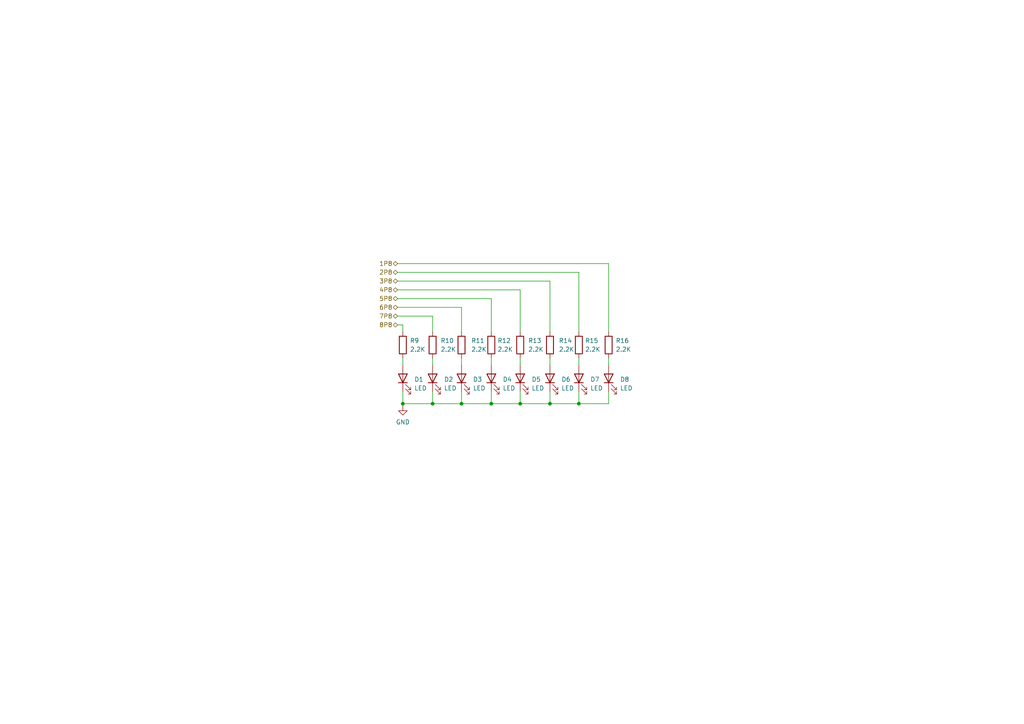
<source format=kicad_sch>
(kicad_sch (version 20211123) (generator eeschema)
  (paper "A4")
  (lib_symbols
    (symbol "Device:LED" (pin_numbers hide) (pin_names (offset 1.016) hide)
      (property "Reference" "D" (at 0 2.54 0))
      (property "Value" "LED" (at 0 -2.54 0))
      (symbol "LED_0_1"
        (polyline (pts (xy -1.27 -1.27) (xy -1.27 1.27)) (stroke (width 0.254)))
        (polyline (pts (xy -1.27 0) (xy 1.27 0)))
        (polyline (pts (xy 1.27 -1.27) (xy 1.27 1.27) (xy -1.27 0) (xy 1.27 -1.27)) (stroke (width 0.254)))
        (polyline (pts (xy -3.048 -0.762) (xy -4.572 -2.286) (xy -3.81 -2.286) (xy -4.572 -2.286) (xy -4.572 -1.524)))
        (polyline (pts (xy -1.778 -0.762) (xy -3.302 -2.286) (xy -2.54 -2.286) (xy -3.302 -2.286) (xy -3.302 -1.524)))
      )
      (symbol "LED_1_1"
        (pin passive line (at -3.81 0 0) (length 2.54) (name "K") (number "1"))
        (pin passive line (at 3.81 0 180) (length 2.54) (name "A") (number "2"))
      )
    )
    (symbol "Device:R" (pin_numbers hide) (pin_names (offset 0))
      (property "Reference" "R" (at 2.032 0 90))
      (property "Value" "R" (at 0 0 90))
      (symbol "R_0_1"
        (rectangle (start -1.016 -2.54) (end 1.016 2.54) (stroke (width 0.254)))
      )
      (symbol "R_1_1"
        (pin passive line (at 0 3.81 270) (length 1.27) (name "~") (number "1"))
        (pin passive line (at 0 -3.81 90) (length 1.27) (name "~") (number "2"))
      )
    )
    (symbol "power:GND" (power) (pin_names (offset 0))
      (property "Value" "GND" (at 0 -3.81 0))
      (symbol "GND_0_1"
        (polyline (pts (xy 0 0) (xy 0 -1.27) (xy 1.27 -1.27) (xy 0 -2.54) (xy -1.27 -1.27) (xy 0 -1.27)))
      )
      (symbol "GND_1_1"
        (pin power_in line (at 0 0 270) (length 0) hide (name "GND") (number "1"))
      )
    )
  )
  (junction (at 167.894 117.094))
  (junction (at 150.876 117.094))
  (junction (at 116.84 117.094))
  (junction (at 142.494 117.094))
  (junction (at 159.512 117.094))
  (junction (at 133.858 117.094))
  (junction (at 125.476 117.094))
  (wire (pts (xy 142.494 113.538) (xy 142.494 117.094)))
  (wire (pts (xy 116.84 103.886) (xy 116.84 105.918)))
  (wire (pts (xy 176.53 117.094) (xy 167.894 117.094)))
  (wire (pts (xy 159.512 117.094) (xy 150.876 117.094)))
  (wire (pts (xy 116.84 113.538) (xy 116.84 117.094)))
  (wire (pts (xy 176.53 76.454) (xy 176.53 96.266)))
  (wire (pts (xy 115.316 81.534) (xy 159.512 81.534)))
  (wire (pts (xy 150.876 113.538) (xy 150.876 117.094)))
  (wire (pts (xy 159.512 81.534) (xy 159.512 96.266)))
  (wire (pts (xy 133.858 117.094) (xy 125.476 117.094)))
  (wire (pts (xy 176.53 103.886) (xy 176.53 105.918)))
  (wire (pts (xy 150.876 117.094) (xy 142.494 117.094)))
  (wire (pts (xy 150.876 103.886) (xy 150.876 105.918)))
  (wire (pts (xy 133.858 113.538) (xy 133.858 117.094)))
  (wire (pts (xy 116.84 117.094) (xy 116.84 117.856)))
  (wire (pts (xy 167.894 78.994) (xy 167.894 96.266)))
  (wire (pts (xy 115.316 89.154) (xy 133.858 89.154)))
  (wire (pts (xy 167.894 103.886) (xy 167.894 105.918)))
  (wire (pts (xy 159.512 103.886) (xy 159.512 105.918)))
  (wire (pts (xy 125.476 103.886) (xy 125.476 105.918)))
  (wire (pts (xy 133.858 89.154) (xy 133.858 96.266)))
  (wire (pts (xy 115.316 84.074) (xy 150.876 84.074)))
  (wire (pts (xy 176.53 113.538) (xy 176.53 117.094)))
  (wire (pts (xy 115.316 91.694) (xy 125.476 91.694)))
  (wire (pts (xy 167.894 113.538) (xy 167.894 117.094)))
  (wire (pts (xy 142.494 117.094) (xy 133.858 117.094)))
  (wire (pts (xy 115.316 76.454) (xy 176.53 76.454)))
  (wire (pts (xy 150.876 84.074) (xy 150.876 96.266)))
  (wire (pts (xy 142.494 86.614) (xy 142.494 96.266)))
  (wire (pts (xy 115.316 94.234) (xy 116.84 94.234)))
  (wire (pts (xy 125.476 91.694) (xy 125.476 96.266)))
  (wire (pts (xy 159.512 113.538) (xy 159.512 117.094)))
  (wire (pts (xy 125.476 113.538) (xy 125.476 117.094)))
  (wire (pts (xy 125.476 117.094) (xy 116.84 117.094)))
  (wire (pts (xy 116.84 94.234) (xy 116.84 96.266)))
  (wire (pts (xy 133.858 103.886) (xy 133.858 105.918)))
  (wire (pts (xy 115.316 78.994) (xy 167.894 78.994)))
  (wire (pts (xy 115.316 86.614) (xy 142.494 86.614)))
  (wire (pts (xy 167.894 117.094) (xy 159.512 117.094)))
  (wire (pts (xy 142.494 103.886) (xy 142.494 105.918)))
  (hierarchical_label "2P8" (shape bidirectional) (at 115.316 78.994 180))
  (hierarchical_label "5P8" (shape bidirectional) (at 115.316 86.614 180))
  (hierarchical_label "6P8" (shape bidirectional) (at 115.316 89.154 180))
  (hierarchical_label "8P8" (shape bidirectional) (at 115.316 94.234 180))
  (hierarchical_label "4P8" (shape bidirectional) (at 115.316 84.074 180))
  (hierarchical_label "7P8" (shape bidirectional) (at 115.316 91.694 180))
  (hierarchical_label "1P8" (shape bidirectional) (at 115.316 76.454 180))
  (hierarchical_label "3P8" (shape bidirectional) (at 115.316 81.534 180))
  (symbol (lib_id "Device:R") (at 159.512 100.076 0) (unit 1)
    (property "Reference" "R14" (at 162.052 98.8059 0) (effects (justify left)))
    (property "Value" "2.2K" (at 162.052 101.3459 0) (effects (justify left)))
    (property "Footprint" "Resistor_THT:R_Axial_DIN0207_L6.3mm_D2.5mm_P10.16mm_Horizontal" (effects hide))
  )
  (symbol (lib_id "Device:LED") (at 125.476 109.728 90) (unit 1)
    (property "Reference" "D2" (at 128.778 110.0454 90) (effects (justify right)))
    (property "Value" "LED" (at 128.778 112.5854 90) (effects (justify right)))
    (property "Footprint" "LED_THT:LED_D5.0mm" (effects hide))
  )
  (symbol (lib_id "Device:R") (at 116.84 100.076 0) (unit 1)
    (property "Reference" "R9" (at 118.872 98.8059 0) (effects (justify left)))
    (property "Value" "2.2K" (at 118.872 101.3459 0) (effects (justify left)))
    (property "Footprint" "Resistor_THT:R_Axial_DIN0207_L6.3mm_D2.5mm_P10.16mm_Horizontal" (effects hide))
  )
  (symbol (lib_id "Device:LED") (at 176.53 109.728 90) (unit 1)
    (property "Reference" "D8" (at 179.832 110.0454 90) (effects (justify right)))
    (property "Value" "LED" (at 179.832 112.5854 90) (effects (justify right)))
    (property "Footprint" "LED_THT:LED_D5.0mm" (effects hide))
  )
  (symbol (lib_id "Device:R") (at 176.53 100.076 0) (unit 1)
    (property "Reference" "R16" (at 178.562 98.8059 0) (effects (justify left)))
    (property "Value" "2.2K" (at 178.562 101.3459 0) (effects (justify left)))
    (property "Footprint" "Resistor_THT:R_Axial_DIN0207_L6.3mm_D2.5mm_P10.16mm_Horizontal" (effects hide))
  )
  (symbol (lib_id "power:GND") (at 116.84 117.856 0) (unit 1)
    (property "Reference" "#PWR0111" (effects hide))
    (property "Value" "GND" (at 116.84 122.428 0))
  )
  (symbol (lib_id "Device:LED") (at 116.84 109.728 90) (unit 1)
    (property "Reference" "D1" (at 120.142 110.0454 90) (effects (justify right)))
    (property "Value" "LED" (at 120.142 112.5854 90) (effects (justify right)))
    (property "Footprint" "LED_THT:LED_D5.0mm" (effects hide))
  )
  (symbol (lib_id "Device:LED") (at 142.494 109.728 90) (unit 1)
    (property "Reference" "D4" (at 145.796 110.0454 90) (effects (justify right)))
    (property "Value" "LED" (at 145.796 112.5854 90) (effects (justify right)))
    (property "Footprint" "LED_THT:LED_D5.0mm" (effects hide))
  )
  (symbol (lib_id "Device:R") (at 150.876 100.076 0) (unit 1)
    (property "Reference" "R13" (at 153.162 98.8059 0) (effects (justify left)))
    (property "Value" "2.2K" (at 153.162 101.3459 0) (effects (justify left)))
    (property "Footprint" "Resistor_THT:R_Axial_DIN0207_L6.3mm_D2.5mm_P10.16mm_Horizontal" (effects hide))
  )
  (symbol (lib_id "Device:R") (at 142.494 100.076 0) (unit 1)
    (property "Reference" "R12" (at 144.272 98.8059 0) (effects (justify left)))
    (property "Value" "2.2K" (at 144.272 101.3459 0) (effects (justify left)))
    (property "Footprint" "Resistor_THT:R_Axial_DIN0207_L6.3mm_D2.5mm_P10.16mm_Horizontal" (effects hide))
  )
  (symbol (lib_id "Device:R") (at 167.894 100.076 0) (unit 1)
    (property "Reference" "R15" (at 169.672 98.8059 0) (effects (justify left)))
    (property "Value" "2.2K" (at 169.672 101.3459 0) (effects (justify left)))
    (property "Footprint" "Resistor_THT:R_Axial_DIN0207_L6.3mm_D2.5mm_P10.16mm_Horizontal" (effects hide))
  )
  (symbol (lib_id "Device:LED") (at 167.894 109.728 90) (unit 1)
    (property "Reference" "D7" (at 171.196 110.0454 90) (effects (justify right)))
    (property "Value" "LED" (at 171.196 112.5854 90) (effects (justify right)))
    (property "Footprint" "LED_THT:LED_D5.0mm" (effects hide))
  )
  (symbol (lib_id "Device:R") (at 125.476 100.076 0) (unit 1)
    (property "Reference" "R10" (at 127.762 98.8059 0) (effects (justify left)))
    (property "Value" "2.2K" (at 127.762 101.3459 0) (effects (justify left)))
    (property "Footprint" "Resistor_THT:R_Axial_DIN0207_L6.3mm_D2.5mm_P10.16mm_Horizontal" (effects hide))
  )
  (symbol (lib_id "Device:LED") (at 133.858 109.728 90) (unit 1)
    (property "Reference" "D3" (at 137.16 110.0454 90) (effects (justify right)))
    (property "Value" "LED" (at 137.16 112.5854 90) (effects (justify right)))
    (property "Footprint" "LED_THT:LED_D5.0mm" (effects hide))
  )
  (symbol (lib_id "Device:R") (at 133.858 100.076 0) (unit 1)
    (property "Reference" "R11" (at 136.652 98.8059 0) (effects (justify left)))
    (property "Value" "2.2K" (at 136.652 101.3459 0) (effects (justify left)))
    (property "Footprint" "Resistor_THT:R_Axial_DIN0207_L6.3mm_D2.5mm_P10.16mm_Horizontal" (effects hide))
  )
  (symbol (lib_id "Device:LED") (at 159.512 109.728 90) (unit 1)
    (property "Reference" "D6" (at 162.814 110.0454 90) (effects (justify right)))
    (property "Value" "LED" (at 162.814 112.5854 90) (effects (justify right)))
    (property "Footprint" "LED_THT:LED_D5.0mm" (effects hide))
  )
  (symbol (lib_id "Device:LED") (at 150.876 109.728 90) (unit 1)
    (property "Reference" "D5" (at 154.178 110.0454 90) (effects (justify right)))
    (property "Value" "LED" (at 154.178 112.5854 90) (effects (justify right)))
    (property "Footprint" "LED_THT:LED_D5.0mm" (effects hide))
  )
)
</source>
